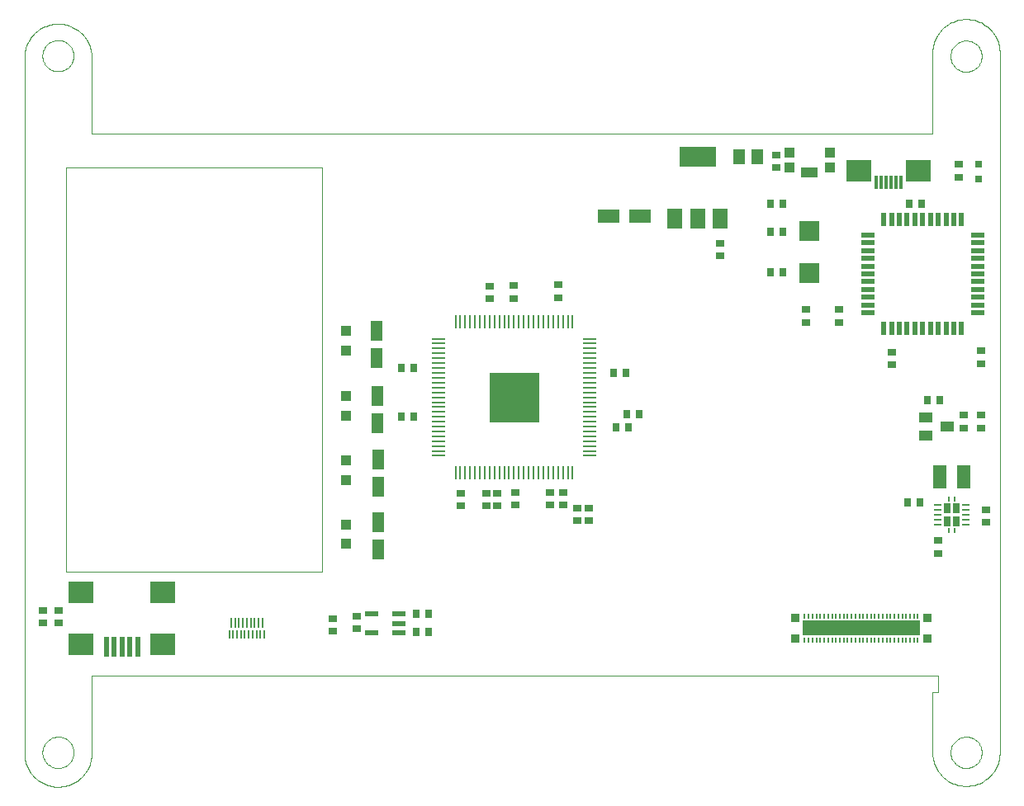
<source format=gtp>
G75*
%MOIN*%
%OFA0B0*%
%FSLAX24Y24*%
%IPPOS*%
%LPD*%
%AMOC8*
5,1,8,0,0,1.08239X$1,22.5*
%
%ADD10C,0.0000*%
%ADD11C,0.0091*%
%ADD12R,0.0098X0.0226*%
%ADD13R,0.0256X0.0404*%
%ADD14R,0.0270X0.0091*%
%ADD15R,0.0551X0.0945*%
%ADD16R,0.0276X0.0354*%
%ADD17R,0.0354X0.0276*%
%ADD18R,0.0551X0.0394*%
%ADD19R,0.0580X0.0110*%
%ADD20R,0.0110X0.0580*%
%ADD21R,0.2050X0.2050*%
%ADD22R,0.0394X0.0394*%
%ADD23R,0.0472X0.0787*%
%ADD24R,0.0091X0.0197*%
%ADD25R,0.0354X0.0362*%
%ADD26R,0.4724X0.0630*%
%ADD27R,0.0591X0.0787*%
%ADD28R,0.1496X0.0787*%
%ADD29R,0.0512X0.0591*%
%ADD30R,0.0200X0.0580*%
%ADD31R,0.0580X0.0200*%
%ADD32R,0.0800X0.0800*%
%ADD33R,0.0315X0.0315*%
%ADD34R,0.0984X0.0866*%
%ADD35R,0.0197X0.0787*%
%ADD36R,0.0669X0.0394*%
%ADD37R,0.0866X0.0551*%
%ADD38R,0.0520X0.0220*%
%ADD39R,0.0091X0.0394*%
%ADD40R,0.0091X0.0335*%
%ADD41R,0.0118X0.0551*%
%ADD42R,0.1043X0.0906*%
D10*
X000150Y004791D02*
X000150Y032921D01*
X000878Y032940D02*
X000880Y032990D01*
X000886Y033040D01*
X000896Y033089D01*
X000910Y033137D01*
X000927Y033184D01*
X000948Y033229D01*
X000973Y033273D01*
X001001Y033314D01*
X001033Y033353D01*
X001067Y033390D01*
X001104Y033424D01*
X001144Y033454D01*
X001186Y033481D01*
X001230Y033505D01*
X001276Y033526D01*
X001323Y033542D01*
X001371Y033555D01*
X001421Y033564D01*
X001470Y033569D01*
X001521Y033570D01*
X001571Y033567D01*
X001620Y033560D01*
X001669Y033549D01*
X001717Y033534D01*
X001763Y033516D01*
X001808Y033494D01*
X001851Y033468D01*
X001892Y033439D01*
X001931Y033407D01*
X001967Y033372D01*
X001999Y033334D01*
X002029Y033294D01*
X002056Y033251D01*
X002079Y033207D01*
X002098Y033161D01*
X002114Y033113D01*
X002126Y033064D01*
X002134Y033015D01*
X002138Y032965D01*
X002138Y032915D01*
X002134Y032865D01*
X002126Y032816D01*
X002114Y032767D01*
X002098Y032719D01*
X002079Y032673D01*
X002056Y032629D01*
X002029Y032586D01*
X001999Y032546D01*
X001967Y032508D01*
X001931Y032473D01*
X001892Y032441D01*
X001851Y032412D01*
X001808Y032386D01*
X001763Y032364D01*
X001717Y032346D01*
X001669Y032331D01*
X001620Y032320D01*
X001571Y032313D01*
X001521Y032310D01*
X001470Y032311D01*
X001421Y032316D01*
X001371Y032325D01*
X001323Y032338D01*
X001276Y032354D01*
X001230Y032375D01*
X001186Y032399D01*
X001144Y032426D01*
X001104Y032456D01*
X001067Y032490D01*
X001033Y032527D01*
X001001Y032566D01*
X000973Y032607D01*
X000948Y032651D01*
X000927Y032696D01*
X000910Y032743D01*
X000896Y032791D01*
X000886Y032840D01*
X000880Y032890D01*
X000878Y032940D01*
X000150Y032920D02*
X000154Y032992D01*
X000163Y033064D01*
X000175Y033136D01*
X000191Y033206D01*
X000211Y033276D01*
X000234Y033344D01*
X000261Y033411D01*
X000292Y033477D01*
X000326Y033541D01*
X000363Y033603D01*
X000403Y033663D01*
X000447Y033720D01*
X000494Y033776D01*
X000543Y033828D01*
X000596Y033878D01*
X000651Y033925D01*
X000708Y033970D01*
X000768Y034011D01*
X000829Y034048D01*
X000893Y034083D01*
X000958Y034114D01*
X001025Y034141D01*
X001094Y034165D01*
X001163Y034185D01*
X001233Y034202D01*
X001305Y034215D01*
X001377Y034224D01*
X001449Y034229D01*
X001521Y034230D01*
X001593Y034227D01*
X001665Y034221D01*
X001737Y034211D01*
X001808Y034196D01*
X001878Y034179D01*
X001947Y034157D01*
X002015Y034132D01*
X002081Y034103D01*
X002146Y034071D01*
X002209Y034035D01*
X002270Y033996D01*
X002329Y033954D01*
X002385Y033909D01*
X002439Y033861D01*
X002491Y033810D01*
X002539Y033756D01*
X002585Y033700D01*
X002628Y033641D01*
X002667Y033581D01*
X002703Y033518D01*
X002736Y033454D01*
X002765Y033387D01*
X002791Y033320D01*
X002813Y033251D01*
X002831Y033181D01*
X002846Y033110D01*
X002857Y033038D01*
X002864Y032966D01*
X002867Y032894D01*
X002866Y032822D01*
X002866Y029791D01*
X036803Y029791D01*
X036803Y033058D01*
X036805Y033130D01*
X036811Y033202D01*
X036820Y033274D01*
X036834Y033345D01*
X036851Y033415D01*
X036872Y033485D01*
X036896Y033553D01*
X036924Y033619D01*
X036956Y033684D01*
X036991Y033747D01*
X037029Y033809D01*
X037071Y033868D01*
X037116Y033925D01*
X037163Y033979D01*
X037214Y034031D01*
X037267Y034080D01*
X037322Y034126D01*
X037380Y034169D01*
X037441Y034209D01*
X037503Y034246D01*
X037567Y034279D01*
X037633Y034309D01*
X037700Y034335D01*
X037769Y034358D01*
X037839Y034377D01*
X037909Y034392D01*
X037981Y034404D01*
X038053Y034412D01*
X038125Y034416D01*
X038197Y034416D01*
X038269Y034412D01*
X038341Y034404D01*
X038413Y034392D01*
X038483Y034377D01*
X038553Y034358D01*
X038622Y034335D01*
X038689Y034309D01*
X038755Y034279D01*
X038819Y034246D01*
X038881Y034209D01*
X038942Y034169D01*
X039000Y034126D01*
X039055Y034080D01*
X039108Y034031D01*
X039159Y033979D01*
X039206Y033925D01*
X039251Y033868D01*
X039293Y033809D01*
X039331Y033747D01*
X039366Y033684D01*
X039398Y033619D01*
X039426Y033553D01*
X039450Y033485D01*
X039471Y033415D01*
X039488Y033345D01*
X039502Y033274D01*
X039511Y033202D01*
X039517Y033130D01*
X039519Y033058D01*
X039520Y033058D02*
X039520Y004791D01*
X037531Y004791D02*
X037533Y004841D01*
X037539Y004891D01*
X037549Y004940D01*
X037563Y004988D01*
X037580Y005035D01*
X037601Y005080D01*
X037626Y005124D01*
X037654Y005165D01*
X037686Y005204D01*
X037720Y005241D01*
X037757Y005275D01*
X037797Y005305D01*
X037839Y005332D01*
X037883Y005356D01*
X037929Y005377D01*
X037976Y005393D01*
X038024Y005406D01*
X038074Y005415D01*
X038123Y005420D01*
X038174Y005421D01*
X038224Y005418D01*
X038273Y005411D01*
X038322Y005400D01*
X038370Y005385D01*
X038416Y005367D01*
X038461Y005345D01*
X038504Y005319D01*
X038545Y005290D01*
X038584Y005258D01*
X038620Y005223D01*
X038652Y005185D01*
X038682Y005145D01*
X038709Y005102D01*
X038732Y005058D01*
X038751Y005012D01*
X038767Y004964D01*
X038779Y004915D01*
X038787Y004866D01*
X038791Y004816D01*
X038791Y004766D01*
X038787Y004716D01*
X038779Y004667D01*
X038767Y004618D01*
X038751Y004570D01*
X038732Y004524D01*
X038709Y004480D01*
X038682Y004437D01*
X038652Y004397D01*
X038620Y004359D01*
X038584Y004324D01*
X038545Y004292D01*
X038504Y004263D01*
X038461Y004237D01*
X038416Y004215D01*
X038370Y004197D01*
X038322Y004182D01*
X038273Y004171D01*
X038224Y004164D01*
X038174Y004161D01*
X038123Y004162D01*
X038074Y004167D01*
X038024Y004176D01*
X037976Y004189D01*
X037929Y004205D01*
X037883Y004226D01*
X037839Y004250D01*
X037797Y004277D01*
X037757Y004307D01*
X037720Y004341D01*
X037686Y004378D01*
X037654Y004417D01*
X037626Y004458D01*
X037601Y004502D01*
X037580Y004547D01*
X037563Y004594D01*
X037549Y004642D01*
X037539Y004691D01*
X037533Y004741D01*
X037531Y004791D01*
X036803Y004791D02*
X036805Y004719D01*
X036811Y004647D01*
X036820Y004575D01*
X036834Y004504D01*
X036851Y004434D01*
X036872Y004364D01*
X036896Y004296D01*
X036924Y004230D01*
X036956Y004165D01*
X036991Y004102D01*
X037029Y004040D01*
X037071Y003981D01*
X037116Y003924D01*
X037163Y003870D01*
X037214Y003818D01*
X037267Y003769D01*
X037322Y003723D01*
X037380Y003680D01*
X037441Y003640D01*
X037503Y003603D01*
X037567Y003570D01*
X037633Y003540D01*
X037700Y003514D01*
X037769Y003491D01*
X037839Y003472D01*
X037909Y003457D01*
X037981Y003445D01*
X038053Y003437D01*
X038125Y003433D01*
X038197Y003433D01*
X038269Y003437D01*
X038341Y003445D01*
X038413Y003457D01*
X038483Y003472D01*
X038553Y003491D01*
X038622Y003514D01*
X038689Y003540D01*
X038755Y003570D01*
X038819Y003603D01*
X038881Y003640D01*
X038942Y003680D01*
X039000Y003723D01*
X039055Y003769D01*
X039108Y003818D01*
X039159Y003870D01*
X039206Y003924D01*
X039251Y003981D01*
X039293Y004040D01*
X039331Y004102D01*
X039366Y004165D01*
X039398Y004230D01*
X039426Y004296D01*
X039450Y004364D01*
X039471Y004434D01*
X039488Y004504D01*
X039502Y004575D01*
X039511Y004647D01*
X039517Y004719D01*
X039519Y004791D01*
X036803Y004791D02*
X036803Y007212D01*
X037039Y007212D01*
X037039Y007901D01*
X002866Y007901D01*
X002866Y004732D01*
X002867Y004731D02*
X002863Y004659D01*
X002856Y004587D01*
X002845Y004516D01*
X002830Y004445D01*
X002811Y004375D01*
X002789Y004306D01*
X002763Y004239D01*
X002733Y004173D01*
X002700Y004108D01*
X002664Y004046D01*
X002624Y003985D01*
X002581Y003927D01*
X002535Y003871D01*
X002486Y003818D01*
X002435Y003767D01*
X002380Y003719D01*
X002324Y003674D01*
X002265Y003632D01*
X002204Y003594D01*
X002141Y003558D01*
X002076Y003526D01*
X002009Y003498D01*
X001941Y003473D01*
X001872Y003452D01*
X001802Y003434D01*
X001731Y003420D01*
X001659Y003410D01*
X001587Y003404D01*
X001515Y003402D01*
X001442Y003404D01*
X001370Y003409D01*
X001298Y003418D01*
X001227Y003431D01*
X001157Y003448D01*
X001087Y003469D01*
X001019Y003493D01*
X000953Y003521D01*
X000887Y003552D01*
X000824Y003587D01*
X000762Y003625D01*
X000703Y003666D01*
X000646Y003711D01*
X000591Y003758D01*
X000539Y003808D01*
X000490Y003861D01*
X000443Y003917D01*
X000400Y003974D01*
X000359Y004035D01*
X000322Y004097D01*
X000289Y004161D01*
X000259Y004226D01*
X000232Y004294D01*
X000209Y004362D01*
X000189Y004432D01*
X000174Y004503D01*
X000162Y004574D01*
X000154Y004646D01*
X000150Y004718D01*
X000149Y004791D01*
X000878Y004791D02*
X000880Y004841D01*
X000886Y004891D01*
X000896Y004940D01*
X000910Y004988D01*
X000927Y005035D01*
X000948Y005080D01*
X000973Y005124D01*
X001001Y005165D01*
X001033Y005204D01*
X001067Y005241D01*
X001104Y005275D01*
X001144Y005305D01*
X001186Y005332D01*
X001230Y005356D01*
X001276Y005377D01*
X001323Y005393D01*
X001371Y005406D01*
X001421Y005415D01*
X001470Y005420D01*
X001521Y005421D01*
X001571Y005418D01*
X001620Y005411D01*
X001669Y005400D01*
X001717Y005385D01*
X001763Y005367D01*
X001808Y005345D01*
X001851Y005319D01*
X001892Y005290D01*
X001931Y005258D01*
X001967Y005223D01*
X001999Y005185D01*
X002029Y005145D01*
X002056Y005102D01*
X002079Y005058D01*
X002098Y005012D01*
X002114Y004964D01*
X002126Y004915D01*
X002134Y004866D01*
X002138Y004816D01*
X002138Y004766D01*
X002134Y004716D01*
X002126Y004667D01*
X002114Y004618D01*
X002098Y004570D01*
X002079Y004524D01*
X002056Y004480D01*
X002029Y004437D01*
X001999Y004397D01*
X001967Y004359D01*
X001931Y004324D01*
X001892Y004292D01*
X001851Y004263D01*
X001808Y004237D01*
X001763Y004215D01*
X001717Y004197D01*
X001669Y004182D01*
X001620Y004171D01*
X001571Y004164D01*
X001521Y004161D01*
X001470Y004162D01*
X001421Y004167D01*
X001371Y004176D01*
X001323Y004189D01*
X001276Y004205D01*
X001230Y004226D01*
X001186Y004250D01*
X001144Y004277D01*
X001104Y004307D01*
X001067Y004341D01*
X001033Y004378D01*
X001001Y004417D01*
X000973Y004458D01*
X000948Y004502D01*
X000927Y004547D01*
X000910Y004594D01*
X000896Y004642D01*
X000886Y004691D01*
X000880Y004741D01*
X000878Y004791D01*
X001823Y012094D02*
X001823Y028432D01*
X012158Y028432D01*
X012158Y012094D01*
X001823Y012094D01*
X037531Y032921D02*
X037533Y032971D01*
X037539Y033021D01*
X037549Y033070D01*
X037563Y033118D01*
X037580Y033165D01*
X037601Y033210D01*
X037626Y033254D01*
X037654Y033295D01*
X037686Y033334D01*
X037720Y033371D01*
X037757Y033405D01*
X037797Y033435D01*
X037839Y033462D01*
X037883Y033486D01*
X037929Y033507D01*
X037976Y033523D01*
X038024Y033536D01*
X038074Y033545D01*
X038123Y033550D01*
X038174Y033551D01*
X038224Y033548D01*
X038273Y033541D01*
X038322Y033530D01*
X038370Y033515D01*
X038416Y033497D01*
X038461Y033475D01*
X038504Y033449D01*
X038545Y033420D01*
X038584Y033388D01*
X038620Y033353D01*
X038652Y033315D01*
X038682Y033275D01*
X038709Y033232D01*
X038732Y033188D01*
X038751Y033142D01*
X038767Y033094D01*
X038779Y033045D01*
X038787Y032996D01*
X038791Y032946D01*
X038791Y032896D01*
X038787Y032846D01*
X038779Y032797D01*
X038767Y032748D01*
X038751Y032700D01*
X038732Y032654D01*
X038709Y032610D01*
X038682Y032567D01*
X038652Y032527D01*
X038620Y032489D01*
X038584Y032454D01*
X038545Y032422D01*
X038504Y032393D01*
X038461Y032367D01*
X038416Y032345D01*
X038370Y032327D01*
X038322Y032312D01*
X038273Y032301D01*
X038224Y032294D01*
X038174Y032291D01*
X038123Y032292D01*
X038074Y032297D01*
X038024Y032306D01*
X037976Y032319D01*
X037929Y032335D01*
X037883Y032356D01*
X037839Y032380D01*
X037797Y032407D01*
X037757Y032437D01*
X037720Y032471D01*
X037686Y032508D01*
X037654Y032547D01*
X037626Y032588D01*
X037601Y032632D01*
X037580Y032677D01*
X037563Y032724D01*
X037549Y032772D01*
X037539Y032821D01*
X037533Y032871D01*
X037531Y032921D01*
D11*
X037123Y014793D03*
X037123Y014597D03*
X037123Y014400D03*
X037123Y014203D03*
X037123Y014006D03*
X038040Y014006D03*
X038040Y014203D03*
X038040Y014400D03*
X038040Y014597D03*
X038040Y014793D03*
D12*
X037690Y015035D03*
X037473Y015035D03*
X037473Y013765D03*
X037690Y013765D03*
D13*
X037768Y014139D03*
X037394Y014139D03*
X037394Y014661D03*
X037768Y014661D03*
D14*
X038175Y014597D03*
X038175Y014793D03*
X038175Y014400D03*
X038175Y014203D03*
X038175Y014006D03*
X036988Y014006D03*
X036988Y014203D03*
X036988Y014400D03*
X036988Y014597D03*
X036988Y014793D03*
D15*
X037109Y015916D03*
X038054Y015916D03*
D16*
X036314Y014898D03*
X035802Y014898D03*
X036587Y019023D03*
X037099Y019023D03*
X030760Y024180D03*
X030248Y024180D03*
X030248Y025834D03*
X030760Y025834D03*
X030760Y026976D03*
X030248Y026976D03*
X035858Y026976D03*
X036370Y026976D03*
X024973Y018472D03*
X024461Y018472D03*
X024539Y017921D03*
X024028Y017921D03*
X023929Y020125D03*
X024441Y020125D03*
X015878Y020322D03*
X015366Y020322D03*
X015366Y018354D03*
X015878Y018354D03*
X015957Y010381D03*
X016469Y010381D03*
X016469Y009653D03*
X015957Y009653D03*
D17*
X013575Y009791D03*
X013575Y010302D03*
X012591Y010204D03*
X012591Y009692D03*
X017768Y014751D03*
X017768Y015263D03*
X018791Y015263D03*
X019244Y015263D03*
X019244Y014751D03*
X018791Y014751D03*
X019973Y014791D03*
X019973Y015302D03*
X021370Y015302D03*
X021882Y015302D03*
X021882Y014791D03*
X021370Y014791D03*
X022453Y014673D03*
X022945Y014673D03*
X022945Y014161D03*
X022453Y014161D03*
X031685Y022173D03*
X031685Y022684D03*
X033024Y022684D03*
X033024Y022173D03*
X035150Y020972D03*
X035150Y020460D03*
X038063Y018413D03*
X038063Y017901D03*
X038772Y017901D03*
X038772Y018413D03*
X038772Y020499D03*
X038772Y021011D03*
X038979Y014597D03*
X038979Y014085D03*
X037017Y013344D03*
X037017Y012833D03*
X028221Y024850D03*
X028221Y025361D03*
X030504Y028413D03*
X030504Y028924D03*
X037866Y028550D03*
X037866Y028039D03*
X021685Y023688D03*
X021685Y023176D03*
X019913Y023137D03*
X019913Y023649D03*
X018929Y023629D03*
X018929Y023117D03*
X001528Y010539D03*
X001528Y010027D03*
X000898Y010027D03*
X000898Y010539D03*
D18*
X036547Y017586D03*
X037413Y017960D03*
X036547Y018334D03*
D19*
X022953Y018351D03*
X022953Y018161D03*
X022953Y017961D03*
X022953Y017761D03*
X022953Y017571D03*
X022953Y017371D03*
X022953Y017171D03*
X022953Y016971D03*
X022953Y016781D03*
X022953Y018551D03*
X022953Y018751D03*
X022953Y018941D03*
X022953Y019141D03*
X022953Y019341D03*
X022953Y019531D03*
X022953Y019731D03*
X022953Y019931D03*
X022953Y020121D03*
X022953Y020321D03*
X022953Y020521D03*
X022953Y020711D03*
X022953Y020911D03*
X022953Y021111D03*
X022953Y021311D03*
X022953Y021501D03*
X016873Y021501D03*
X016873Y021311D03*
X016873Y021111D03*
X016873Y020911D03*
X016873Y020711D03*
X016873Y020521D03*
X016873Y020321D03*
X016873Y020121D03*
X016873Y019931D03*
X016873Y019731D03*
X016873Y019531D03*
X016873Y019341D03*
X016873Y019141D03*
X016873Y018941D03*
X016873Y018751D03*
X016873Y018551D03*
X016873Y018351D03*
X016873Y018161D03*
X016873Y017961D03*
X016873Y017761D03*
X016873Y017571D03*
X016873Y017371D03*
X016873Y017171D03*
X016873Y016971D03*
X016873Y016781D03*
D20*
X017553Y016101D03*
X017743Y016101D03*
X017943Y016101D03*
X018143Y016101D03*
X018343Y016101D03*
X018533Y016101D03*
X018733Y016101D03*
X018933Y016101D03*
X019123Y016101D03*
X019323Y016101D03*
X019523Y016101D03*
X019713Y016101D03*
X019913Y016101D03*
X020113Y016101D03*
X020303Y016101D03*
X020503Y016101D03*
X020703Y016101D03*
X020893Y016101D03*
X021093Y016101D03*
X021293Y016101D03*
X021483Y016101D03*
X021683Y016101D03*
X021883Y016101D03*
X022083Y016101D03*
X022273Y016101D03*
X022273Y022181D03*
X022083Y022181D03*
X021883Y022181D03*
X021683Y022181D03*
X021483Y022181D03*
X021293Y022181D03*
X021093Y022181D03*
X020893Y022181D03*
X020703Y022181D03*
X020503Y022181D03*
X020303Y022181D03*
X020113Y022181D03*
X019913Y022181D03*
X019713Y022181D03*
X019523Y022181D03*
X019323Y022181D03*
X019123Y022181D03*
X018933Y022181D03*
X018733Y022181D03*
X018533Y022181D03*
X018343Y022181D03*
X018143Y022181D03*
X017943Y022181D03*
X017743Y022181D03*
X017553Y022181D03*
D21*
X019923Y019121D03*
D22*
X013142Y019180D03*
X013142Y018393D03*
X013142Y016582D03*
X013142Y015795D03*
X013142Y014003D03*
X013142Y013216D03*
X013142Y021031D03*
X013142Y021818D03*
X031016Y028413D03*
X031016Y029043D03*
X032669Y029043D03*
X032669Y028413D03*
D23*
X014362Y021838D03*
X014362Y020736D03*
X014402Y019180D03*
X014402Y018078D03*
X014421Y016641D03*
X014421Y015539D03*
X014421Y014082D03*
X014421Y012980D03*
D24*
X031646Y010283D03*
X031803Y010283D03*
X031961Y010283D03*
X032118Y010283D03*
X032276Y010283D03*
X032433Y010283D03*
X032591Y010283D03*
X032748Y010283D03*
X032906Y010283D03*
X033063Y010283D03*
X033221Y010283D03*
X033378Y010283D03*
X033536Y010283D03*
X033693Y010283D03*
X033850Y010283D03*
X034008Y010283D03*
X034165Y010283D03*
X034323Y010283D03*
X034480Y010283D03*
X034638Y010283D03*
X034795Y010283D03*
X034953Y010283D03*
X035110Y010283D03*
X035268Y010283D03*
X035425Y010283D03*
X035583Y010283D03*
X035740Y010283D03*
X035898Y010283D03*
X036055Y010283D03*
X036213Y010283D03*
X036213Y009338D03*
X036055Y009338D03*
X035898Y009338D03*
X035740Y009338D03*
X035583Y009338D03*
X035425Y009338D03*
X035268Y009338D03*
X035110Y009338D03*
X034953Y009338D03*
X034795Y009338D03*
X034638Y009338D03*
X034480Y009338D03*
X034323Y009338D03*
X034165Y009338D03*
X034008Y009338D03*
X033850Y009338D03*
X033693Y009338D03*
X033536Y009338D03*
X033378Y009338D03*
X033221Y009338D03*
X033063Y009338D03*
X032906Y009338D03*
X032748Y009338D03*
X032591Y009338D03*
X032433Y009338D03*
X032276Y009338D03*
X032118Y009338D03*
X031961Y009338D03*
X031803Y009338D03*
X031646Y009338D03*
D25*
X031252Y009377D03*
X031252Y010243D03*
X036606Y010243D03*
X036606Y009377D03*
D26*
X033929Y009810D03*
D27*
X028221Y026365D03*
X027315Y026365D03*
X026410Y026365D03*
D28*
X027315Y028846D03*
D29*
X028988Y028846D03*
X029736Y028846D03*
D30*
X034840Y026331D03*
X035150Y026331D03*
X035470Y026331D03*
X035780Y026331D03*
X036100Y026331D03*
X036410Y026331D03*
X036720Y026331D03*
X037040Y026331D03*
X037350Y026331D03*
X037670Y026331D03*
X037980Y026331D03*
X037980Y021911D03*
X037670Y021911D03*
X037350Y021911D03*
X037040Y021911D03*
X036720Y021911D03*
X036410Y021911D03*
X036100Y021911D03*
X035780Y021911D03*
X035470Y021911D03*
X035150Y021911D03*
X034840Y021911D03*
D31*
X034200Y022551D03*
X034200Y022861D03*
X034200Y023181D03*
X034200Y023491D03*
X034200Y023811D03*
X034200Y024121D03*
X034200Y024431D03*
X034200Y024751D03*
X034200Y025061D03*
X034200Y025381D03*
X034200Y025691D03*
X038620Y025691D03*
X038620Y025381D03*
X038620Y025061D03*
X038620Y024751D03*
X038620Y024431D03*
X038620Y024121D03*
X038620Y023811D03*
X038620Y023491D03*
X038620Y023181D03*
X038620Y022861D03*
X038620Y022551D03*
D32*
X031832Y024173D03*
X031832Y025873D03*
D33*
X038654Y027960D03*
X038654Y028550D03*
D34*
X005740Y011247D03*
X005740Y009161D03*
X002433Y009161D03*
X002433Y011247D03*
D35*
X003457Y009062D03*
X003772Y009062D03*
X004087Y009062D03*
X004402Y009062D03*
X004717Y009062D03*
D36*
X031843Y028216D03*
D37*
X024992Y026444D03*
X023732Y026444D03*
D38*
X015257Y010377D03*
X015257Y010007D03*
X015257Y009637D03*
X014177Y009637D03*
X014177Y010377D03*
D39*
X009756Y010027D03*
X009599Y010027D03*
X009441Y010027D03*
X009284Y010027D03*
X009126Y010027D03*
X008969Y010027D03*
X008811Y010027D03*
X008654Y010027D03*
X008496Y010027D03*
D40*
X008417Y009545D03*
X008575Y009545D03*
X008732Y009545D03*
X008890Y009545D03*
X009047Y009545D03*
X009205Y009545D03*
X009362Y009545D03*
X009520Y009545D03*
X009677Y009545D03*
X009835Y009545D03*
D41*
X034539Y027842D03*
X034736Y027842D03*
X034933Y027842D03*
X035130Y027842D03*
X035327Y027842D03*
X035524Y027842D03*
D42*
X036223Y028295D03*
X033841Y028295D03*
M02*

</source>
